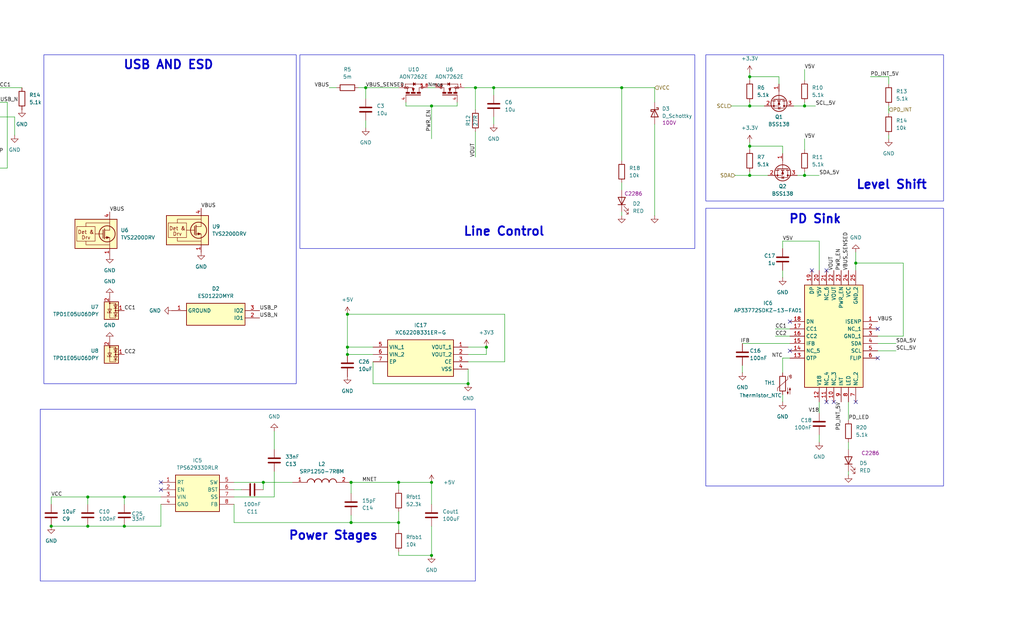
<source format=kicad_sch>
(kicad_sch (version 20250114) (generator "eeschema") (generator_version "9.0")
  (paper "USLegal")
  (title_block (title "RotoPD") (rev "V1.0") (company "CentyLab"))
  (lib_symbols
    (symbol "AP33772SDKZ-13-FA01:AP33772SDKZ-13-FA01"
      (property "Reference" "IC" (at 26.67 17.78 0))
      (property "Value" "AP33772SDKZ-13-FA01" (at 26.67 15.24 0))
      (symbol "AP33772SDKZ-13-FA01_1_1"
        (pin passive line (at 0 0 0) (length 5.08) (name "ISENP") (number "1"))
        (pin passive line (at 0 -2.54 0) (length 5.08) (name "NC_1") (number "2"))
        (pin passive line (at 0 -5.08 0) (length 5.08) (name "GND_1") (number "3"))
        (pin passive line (at 0 -7.62 0) (length 5.08) (name "SDA") (number "4"))
        (pin passive line (at 0 -10.16 0) (length 5.08) (name "SCL") (number "5"))
        (pin passive line (at 0 -12.7 0) (length 5.08) (name "FLIP") (number "6"))
        (pin passive line (at 7.62 17.78 270) (length 5.08) (name "GND_2") (number "25"))
        (pin passive line (at 7.62 -27.94 90) (length 5.08) (name "NC_2") (number "7"))
        (pin passive line (at 10.16 17.78 270) (length 5.08) (name "VCC") (number "24"))
        (pin passive line (at 10.16 -27.94 90) (length 5.08) (name "LED") (number "8"))
        (pin passive line (at 12.7 17.78 270) (length 5.08) (name "PWR_EN") (number "23"))
        (pin passive line (at 12.7 -27.94 90) (length 5.08) (name "INT") (number "9"))
        (pin passive line (at 15.24 17.78 270) (length 5.08) (name "VOUT") (number "22"))
        (pin passive line (at 15.24 -27.94 90) (length 5.08) (name "NC_3") (number "10"))
        (pin passive line (at 17.78 17.78 270) (length 5.08) (name "NC_6") (number "21"))
        (pin passive line (at 17.78 -27.94 90) (length 5.08) (name "NC_4") (number "11"))
        (pin passive line (at 20.32 17.78 270) (length 5.08) (name "V5V") (number "20"))
        (pin passive line (at 20.32 -27.94 90) (length 5.08) (name "V18") (number "12"))
        (pin passive line (at 22.86 17.78 270) (length 5.08) (name "DP") (number "19"))
        (pin passive line (at 30.48 0 180) (length 5.08) (name "DN") (number "18"))
        (pin passive line (at 30.48 -2.54 180) (length 5.08) (name "CC1") (number "17"))
        (pin passive line (at 30.48 -5.08 180) (length 5.08) (name "CC2") (number "16"))
        (pin passive line (at 30.48 -7.62 180) (length 5.08) (name "IFB") (number "15"))
        (pin passive line (at 30.48 -10.16 180) (length 5.08) (name "NC_5") (number "14"))
        (pin passive line (at 30.48 -12.7 180) (length 5.08) (name "OTP") (number "13"))
      )
    )
    (symbol "Device:C" (pin_numbers (hide yes)) (pin_names (offset 0.254))
      (property "Reference" "C" (at 0.635 2.54 0))
      (property "Value" "C" (at 0.635 -2.54 0))
      (symbol "C_1_1"
        (pin passive line (at 0 3.81 270) (length 2.794) (name "~") (number "1"))
        (pin passive line (at 0 -3.81 90) (length 2.794) (name "~") (number "2"))
      )
    )
    (symbol "Device:D_Schottky" (pin_numbers (hide yes)) (pin_names (offset 1.016) (hide yes))
      (property "Reference" "D" (at 0 2.54 0))
      (property "Value" "D_Schottky" (at 0 -2.54 0))
      (symbol "D_Schottky_1_1"
        (pin passive line (at -3.81 0 0) (length 2.54) (name "K") (number "1"))
        (pin passive line (at 3.81 0 180) (length 2.54) (name "A") (number "2"))
      )
    )
    (symbol "Device:LED" (pin_numbers (hide yes)) (pin_names (offset 1.016) (hide yes))
      (property "Reference" "D" (at 0 2.54 0))
      (property "Value" "LED" (at 0 -2.54 0))
      (symbol "LED_1_1"
        (pin passive line (at -3.81 0 0) (length 2.54) (name "K") (number "1"))
        (pin passive line (at 3.81 0 180) (length 2.54) (name "A") (number "2"))
      )
    )
    (symbol "Device:R" (pin_numbers (hide yes)) (pin_names (offset 0))
      (property "Reference" "R" (at 2.032 0 90))
      (property "Value" "R" (at 0 0 90))
      (symbol "R_1_1"
        (pin passive line (at 0 3.81 270) (length 1.27) (name "~") (number "1"))
        (pin passive line (at 0 -3.81 90) (length 1.27) (name "~") (number "2"))
      )
    )
    (symbol "Device:Thermistor_NTC" (pin_numbers (hide yes)) (pin_names (offset 0))
      (property "Reference" "TH" (at -4.445 0 90))
      (property "Value" "Thermistor_NTC" (at 3.175 0 90))
      (symbol "Thermistor_NTC_1_1"
        (pin passive line (at 0 3.81 270) (length 1.27) (name "~") (number "1"))
        (pin passive line (at 0 -3.81 90) (length 1.27) (name "~") (number "2"))
      )
    )
    (symbol "ESD122DMYR:ESD122DMYR"
      (property "Reference" "D" (at 26.67 7.62 0))
      (property "Value" "ESD122DMYR" (at 26.67 5.08 0))
      (symbol "ESD122DMYR_1_1"
        (pin power_in line (at 0 0 0) (length 5.08) (name "GROUND") (number "1"))
        (pin input line (at 30.48 0 180) (length 5.08) (name "IO2") (number "3"))
        (pin input line (at 30.48 -2.54 180) (length 5.08) (name "IO1") (number "2"))
      )
    )
    (symbol "Power_Protection:TPD1E05U06DPY" (pin_names (offset 0) (hide yes))
      (property "Reference" "U" (at -2.54 3.175 0))
      (property "Value" "TPD1E05U06DPY" (at 1.27 3.175 0))
      (symbol "TPD1E05U06DPY_1_1"
        (pin passive line (at 0 -5.08 90) (length 2.54) (name "I/O") (number "1"))
        (pin power_in line (at 5.08 0 180) (length 2.54) (name "GND") (number "2"))
      )
    )
    (symbol "Power_Protection:TVS2200DRV" (pin_names (offset 0) (hide yes))
      (property "Reference" "U" (at 2.54 1.27 0))
      (property "Value" "TVS2200DRV" (at 2.54 -1.27 0))
      (symbol "TVS2200DRV_0_0"
        (text "Det &" (at -8.255 0.635 0) (effects (font (size 1.27 1.27))))
        (text "Drv" (at -8.255 -1.27 0) (effects (font (size 1.27 1.27))))
      )
      (symbol "TVS2200DRV_1_1"
        (pin passive line (at 0 7.62 270) (length 2.54) (name "IN") (number "4"))
        (pin passive line (at 0 7.62 270) (length 2.54) (hide yes) (name "IN") (number "5"))
        (pin passive line (at 0 7.62 270) (length 2.54) (hide yes) (name "IN") (number "6"))
        (pin power_in line (at 0 -7.62 90) (length 2.54) (name "GND") (number "1"))
        (pin passive line (at 0 -7.62 90) (length 2.54) (hide yes) (name "GND") (number "2"))
        (pin passive line (at 0 -7.62 90) (length 2.54) (hide yes) (name "GND") (number "3"))
        (pin passive line (at 0 -7.62 90) (length 2.54) (hide yes) (name "GND") (number "7"))
      )
    )
    (symbol "SRP1250-7R8M:SRP1250-7R8M" (pin_names (hide yes))
      (property "Reference" "L" (at 16.51 6.35 0))
      (property "Value" "SRP1250-7R8M" (at 16.51 3.81 0))
      (symbol "SRP1250-7R8M_1_1"
        (pin passive line (at 0 0 0) (length 5.08) (name "1") (number "1"))
        (pin passive line (at 20.32 0 180) (length 5.08) (name "2") (number "2"))
      )
    )
    (symbol "TPS62933DRLR:TPS62933DRLR"
      (property "Reference" "IC" (at 21.59 7.62 0))
      (property "Value" "TPS62933DRLR" (at 21.59 5.08 0))
      (symbol "TPS62933DRLR_1_1"
        (pin passive line (at 0 0 0) (length 5.08) (name "RT") (number "1"))
        (pin passive line (at 0 -2.54 0) (length 5.08) (name "EN") (number "2"))
        (pin passive line (at 0 -5.08 0) (length 5.08) (name "VIN") (number "3"))
        (pin passive line (at 0 -7.62 0) (length 5.08) (name "GND") (number "4"))
        (pin passive line (at 25.4 0 180) (length 5.08) (name "SW") (number "5"))
        (pin passive line (at 25.4 -2.54 180) (length 5.08) (name "BST") (number "6"))
        (pin passive line (at 25.4 -5.08 180) (length 5.08) (name "SS") (number "7"))
        (pin passive line (at 25.4 -7.62 180) (length 5.08) (name "FB") (number "8"))
      )
    )
    (symbol "Transistor_FET:BSS138" (pin_names (hide yes))
      (property "Reference" "Q" (at 5.08 1.905 0))
      (property "Value" "BSS138" (at 5.08 0 0))
      (symbol "BSS138_1_1"
        (pin input line (at -5.08 0 0) (length 2.54) (name "G") (number "1"))
        (pin passive line (at 2.54 5.08 270) (length 2.54) (name "D") (number "3"))
        (pin passive line (at 2.54 -5.08 90) (length 2.54) (name "S") (number "2"))
      )
    )
    (symbol "Transistor_MOSFET:AON7262E"
      (property "Reference" "U" (at -3.048 4.572 0))
      (property "Value" "AON7262E" (at -1.016 -6.858 0))
      (symbol "AON7262E_1_0"
        (pin passive line (at -5.08 -2.54 0) (length 2.54) (name "~") (number "4"))
        (pin passive line (at 0 5.08 270) (length 2.54) (name "~") (number "5_8"))
        (pin passive line (at 0 -5.08 90) (length 2.54) (name "~") (number "1"))
        (pin passive line (at 0 -5.08 90) (length 2.54) (hide yes) (name "~") (number "2"))
        (pin passive line (at 0 -5.08 90) (length 2.54) (hide yes) (name "~") (number "3"))
      )
    )
    (symbol "UJ20-C-H-G-SMT-5-P16-TR:UJ20-C-H-G-SMT-5-P16-TR"
      (property "Reference" "J" (at 26.67 7.62 0))
      (property "Value" "UJ20-C-H-G-SMT-5-P16-TR" (at 26.67 5.08 0))
      (symbol "UJ20-C-H-G-SMT-5-P16-TR_1_1"
        (pin passive line (at 0 0 0) (length 5.08) (name "GND_1") (number "A1"))
        (pin passive line (at 0 -2.54 0) (length 5.08) (name "VBUS_1") (number "A4"))
        (pin passive line (at 0 -5.08 0) (length 5.08) (name "CC1") (number "A5"))
        (pin passive line (at 0 -7.62 0) (length 5.08) (name "DP1") (number "A6"))
        (pin passive line (at 0 -10.16 0) (length 5.08) (name "DN1") (number "A7"))
        (pin passive line (at 0 -12.7 0) (length 5.08) (name "SBU1") (number "A8"))
        (pin passive line (at 0 -15.24 0) (length 5.08) (name "GND_2") (number "B1"))
        (pin passive line (at 0 -17.78 0) (length 5.08) (name "VBUS_2") (number "B4"))
        (pin passive line (at 30.48 0 180) (length 5.08) (name "CC2") (number "B5"))
        (pin passive line (at 30.48 -2.54 180) (length 5.08) (name "DP2") (number "B6"))
        (pin passive line (at 30.48 -5.08 180) (length 5.08) (name "DN2") (number "B7"))
        (pin passive line (at 30.48 -7.62 180) (length 5.08) (name "SBU2") (number "B8"))
        (pin passive line (at 30.48 -10.16 180) (length 5.08) (name "MP1") (number "MP1"))
        (pin passive line (at 30.48 -12.7 180) (length 5.08) (name "MP2") (number "MP2"))
        (pin passive line (at 30.48 -15.24 180) (length 5.08) (name "MP3") (number "MP3"))
        (pin passive line (at 30.48 -17.78 180) (length 5.08) (name "MP4") (number "MP4"))
      )
    )
    (symbol "XC6220B331ER-G:XC6220B331ER-G"
      (property "Reference" "IC" (at 29.21 7.62 0))
      (property "Value" "XC6220B331ER-G" (at 29.21 5.08 0))
      (symbol "XC6220B331ER-G_1_1"
        (pin passive line (at 0 0 0) (length 5.08) (name "VOUT_1") (number "1"))
        (pin passive line (at 0 -2.54 0) (length 5.08) (name "VOUT_2") (number "2"))
        (pin passive line (at 0 -5.08 0) (length 5.08) (name "CE") (number "3"))
        (pin passive line (at 0 -7.62 0) (length 5.08) (name "VSS") (number "4"))
        (pin passive line (at 33.02 0 180) (length 5.08) (name "VIN_1") (number "5"))
        (pin passive line (at 33.02 -2.54 180) (length 5.08) (name "VIN_2") (number "6"))
        (pin passive line (at 33.02 -5.08 180) (length 5.08) (name "EP") (number "7"))
      )
    )
    (symbol "power:+3.3V" (power) (pin_numbers (hide yes)) (pin_names (offset 0) (hide yes))
      (property "Value" "+3.3V" (at 0 3.556 0))
      (symbol "+3.3V_1_1"
        (pin power_in line (at 0 0 90) (length 0) (name "~") (number "1"))
      )
    )
    (symbol "power:+3V3" (power) (pin_numbers (hide yes)) (pin_names (offset 0) (hide yes))
      (property "Value" "+3V3" (at 0 3.556 0))
      (symbol "+3V3_1_1"
        (pin power_in line (at 0 0 90) (length 0) (name "~") (number "1"))
      )
    )
    (symbol "power:+5V" (power) (pin_numbers (hide yes)) (pin_names (offset 0) (hide yes))
      (property "Value" "+5V" (at 0 3.556 0))
      (symbol "+5V_1_1"
        (pin power_in line (at 0 0 90) (length 0) (name "~") (number "1"))
      )
    )
    (symbol "power:GND" (power) (pin_numbers (hide yes)) (pin_names (offset 0) (hide yes))
      (property "Value" "GND" (at 0 -3.81 0))
      (symbol "GND_1_1"
        (pin power_in line (at 0 0 270) (length 0) (name "~") (number "1"))
      )
    )
  )
  (rectangle (start 13.97 142.24) (end 165.1 201.93))
  (rectangle (start 245.11 19.05) (end 327.66 69.85))
  (rectangle (start 245.11 72.39) (end 327.66 168.91))
  (rectangle (start 15.24 19.05) (end 102.87 133.35))
  (rectangle (start 104.14 19.05) (end 241.3 86.36))
  (text "PD Sink\n" (at 273.812 77.978 0) (effects (font (size 3 3) (thickness 0.6) (bold yes)) (justify left bottom)))
  (text "Level Shift" (at 297.18 66.04 0) (effects (font (size 3 3) (thickness 0.6) (bold yes)) (justify left bottom)))
  (text "Line Control\n" (at 160.782 82.296 0) (effects (font (size 3 3) (thickness 0.6) (bold yes)) (justify left bottom)))
  (text "Power Stages" (at 100.076 187.96 0) (effects (font (size 3 3) (thickness 0.6) (bold yes)) (justify left bottom)))
  (text "USB AND ESD\n" (at 42.672 24.384 0) (effects (font (size 3 3) (thickness 0.6) (bold yes)) (justify left bottom)))
  (junction (at 120.65 109.22))
  (junction (at 165.1 30.48))
  (junction (at 149.86 36.83))
  (junction (at -36.83 38.1))
  (junction (at 149.86 193.04))
  (junction (at 120.65 120.65))
  (junction (at 162.56 133.35))
  (junction (at -36.83 43.18))
  (junction (at 149.86 167.64))
  (junction (at 17.78 182.88))
  (junction (at 215.9 30.48))
  (junction (at 260.35 50.8))
  (junction (at 121.92 167.64))
  (junction (at 30.48 182.88))
  (junction (at 279.4 60.96))
  (junction (at 30.48 172.72))
  (junction (at 43.18 182.88))
  (junction (at 43.18 172.72))
  (junction (at 138.43 167.64))
  (junction (at 260.35 26.67))
  (junction (at -36.83 40.64))
  (junction (at 120.65 123.19))
  (junction (at 260.35 36.83))
  (junction (at 138.43 181.61))
  (junction (at 91.44 167.64))
  (junction (at 171.45 30.48))
  (junction (at 297.18 91.44))
  (junction (at 260.35 60.96))
  (junction (at 168.91 120.65))
  (junction (at 121.92 181.61))
  (junction (at 279.4 36.83))
  (junction (at 127 30.48))
  (no_connect (at -6.35 38.1))
  (no_connect (at 304.8 114.3))
  (no_connect (at 55.88 170.18))
  (no_connect (at 304.8 124.46))
  (no_connect (at 297.18 139.7))
  (no_connect (at 274.32 111.76))
  (no_connect (at 55.88 167.64))
  (no_connect (at 287.02 93.98))
  (no_connect (at 274.32 121.92))
  (no_connect (at 281.94 93.98))
  (no_connect (at 289.56 139.7))
  (no_connect (at -36.83 33.02))
  (no_connect (at 287.02 139.7))
  (wire (pts (xy 2.54 58.42) (xy -39.37 58.42)))
  (wire (pts (xy 43.18 172.72) (xy 43.18 175.26)))
  (wire (pts (xy 260.35 26.67) (xy 260.35 27.94)))
  (wire (pts (xy 129.54 120.65) (xy 120.65 120.65)))
  (wire (pts (xy 149.86 167.64) (xy 149.86 175.26)))
  (wire (pts (xy 308.61 29.21) (xy 308.61 26.67)))
  (wire (pts (xy 308.61 36.83) (xy 308.61 39.37)))
  (wire (pts (xy 161.29 30.48) (xy 165.1 30.48)))
  (wire (pts (xy 275.59 36.83) (xy 279.4 36.83)))
  (wire (pts (xy 255.27 60.96) (xy 260.35 60.96)))
  (wire (pts (xy 127 30.48) (xy 138.43 30.48)))
  (wire (pts (xy 129.54 125.73) (xy 129.54 133.35)))
  (wire (pts (xy 276.86 60.96) (xy 279.4 60.96)))
  (wire (pts (xy 302.26 26.67) (xy 308.61 26.67)))
  (wire (pts (xy 279.4 48.26) (xy 279.4 52.07)))
  (wire (pts (xy -2.54 33.02) (xy -2.54 53.34)))
  (wire (pts (xy 91.44 167.64) (xy 101.6 167.64)))
  (wire (pts (xy 284.48 151.13) (xy 284.48 153.67)))
  (wire (pts (xy 260.35 59.69) (xy 260.35 60.96)))
  (wire (pts (xy 5.08 40.64) (xy 5.08 46.99)))
  (wire (pts (xy 127 34.29) (xy 127 30.48)))
  (wire (pts (xy 138.43 193.04) (xy 138.43 191.77)))
  (wire (pts (xy 175.26 125.73) (xy 175.26 109.22)))
  (wire (pts (xy 294.64 139.7) (xy 294.64 146.05)))
  (wire (pts (xy 95.25 172.72) (xy 95.25 163.83)))
  (wire (pts (xy 294.64 163.83) (xy 294.64 165.1)))
  (wire (pts (xy 260.35 36.83) (xy 265.43 36.83)))
  (wire (pts (xy 138.43 181.61) (xy 138.43 177.8)))
  (wire (pts (xy 279.4 60.96) (xy 284.48 60.96)))
  (wire (pts (xy 297.18 87.63) (xy 297.18 91.44)))
  (wire (pts (xy 162.56 123.19) (xy 168.91 123.19)))
  (wire (pts (xy 55.88 182.88) (xy 43.18 182.88)))
  (wire (pts (xy 294.64 153.67) (xy 294.64 156.21)))
  (wire (pts (xy -36.83 25.4) (xy -44.45 25.4)))
  (wire (pts (xy 91.44 167.64) (xy 81.28 167.64)))
  (wire (pts (xy 313.69 91.44) (xy 297.18 91.44)))
  (wire (pts (xy 271.78 137.16) (xy 271.78 139.7)))
  (wire (pts (xy 308.61 46.99) (xy 308.61 48.26)))
  (wire (pts (xy 304.8 116.84) (xy 313.69 116.84)))
  (wire (pts (xy 260.35 50.8) (xy 260.35 52.07)))
  (wire (pts (xy 284.48 139.7) (xy 284.48 143.51)))
  (wire (pts (xy 227.33 43.18) (xy 227.33 74.93)))
  (wire (pts (xy 279.4 24.13) (xy 279.4 27.94)))
  (wire (pts (xy 284.48 83.82) (xy 271.78 83.82)))
  (wire (pts (xy 120.65 109.22) (xy 120.65 120.65)))
  (wire (pts (xy 30.48 172.72) (xy 43.18 172.72)))
  (wire (pts (xy 121.92 179.07) (xy 121.92 181.61)))
  (wire (pts (xy 2.54 35.56) (xy 2.54 58.42)))
  (wire (pts (xy 260.35 60.96) (xy 266.7 60.96)))
  (wire (pts (xy 171.45 30.48) (xy 215.9 30.48)))
  (wire (pts (xy 271.78 124.46) (xy 271.78 129.54)))
  (wire (pts (xy 149.86 193.04) (xy 149.86 182.88)))
  (wire (pts (xy 215.9 73.66) (xy 215.9 74.93)))
  (wire (pts (xy 138.43 170.18) (xy 138.43 167.64)))
  (wire (pts (xy 165.1 30.48) (xy 171.45 30.48)))
  (wire (pts (xy 215.9 30.48) (xy 215.9 55.88)))
  (wire (pts (xy 171.45 33.02) (xy 171.45 30.48)))
  (wire (pts (xy -39.37 30.48) (xy -36.83 30.48)))
  (wire (pts (xy 148.59 30.48) (xy 151.13 30.48)))
  (wire (pts (xy 17.78 172.72) (xy 17.78 175.26)))
  (wire (pts (xy 279.4 36.83) (xy 279.4 35.56)))
  (wire (pts (xy 260.35 36.83) (xy 260.35 35.56)))
  (wire (pts (xy 257.81 127) (xy 257.81 129.54)))
  (wire (pts (xy -40.64 27.94) (xy -40.64 53.34)))
  (wire (pts (xy -36.83 35.56) (xy -36.83 38.1)))
  (wire (pts (xy 17.78 172.72) (xy 30.48 172.72)))
  (wire (pts (xy 254 36.83) (xy 260.35 36.83)))
  (wire (pts (xy -3.81 25.4) (xy -6.35 25.4)))
  (wire (pts (xy -3.81 24.13) (xy -3.81 25.4)))
  (wire (pts (xy 95.25 149.86) (xy 95.25 156.21)))
  (wire (pts (xy 271.78 86.36) (xy 271.78 83.82)))
  (wire (pts (xy -44.45 25.4) (xy -44.45 27.94)))
  (wire (pts (xy 149.86 36.83) (xy 149.86 48.26)))
  (wire (pts (xy 284.48 93.98) (xy 284.48 83.82)))
  (wire (pts (xy 304.8 121.92) (xy 311.15 121.92)))
  (wire (pts (xy -36.83 40.64) (xy -36.83 43.18)))
  (wire (pts (xy 260.35 25.4) (xy 260.35 26.67)))
  (wire (pts (xy 121.92 181.61) (xy 138.43 181.61)))
  (wire (pts (xy 81.28 170.18) (xy 83.82 170.18)))
  (wire (pts (xy 260.35 49.53) (xy 260.35 50.8)))
  (wire (pts (xy -6.35 33.02) (xy -2.54 33.02)))
  (wire (pts (xy -40.64 53.34) (xy -2.54 53.34)))
  (wire (pts (xy 304.8 119.38) (xy 311.15 119.38)))
  (wire (pts (xy 149.86 36.83) (xy 158.75 36.83)))
  (wire (pts (xy 140.97 36.83) (xy 149.86 36.83)))
  (wire (pts (xy 168.91 120.65) (xy 162.56 120.65)))
  (wire (pts (xy 55.88 175.26) (xy 55.88 182.88)))
  (wire (pts (xy 149.86 193.04) (xy 138.43 193.04)))
  (wire (pts (xy 81.28 181.61) (xy 81.28 175.26)))
  (wire (pts (xy 30.48 175.26) (xy 30.48 172.72)))
  (wire (pts (xy 121.92 167.64) (xy 121.92 171.45)))
  (wire (pts (xy 271.78 93.98) (xy 271.78 96.52)))
  (wire (pts (xy 279.4 59.69) (xy 279.4 60.96)))
  (wire (pts (xy 121.92 181.61) (xy 81.28 181.61)))
  (wire (pts (xy 270.51 26.67) (xy 270.51 29.21)))
  (wire (pts (xy 124.46 30.48) (xy 127 30.48)))
  (wire (pts (xy -6.35 35.56) (xy 2.54 35.56)))
  (wire (pts (xy 162.56 125.73) (xy 175.26 125.73)))
  (wire (pts (xy 17.78 182.88) (xy 30.48 182.88)))
  (wire (pts (xy 140.97 36.83) (xy 140.97 35.56)))
  (wire (pts (xy 165.1 45.72) (xy 165.1 54.61)))
  (wire (pts (xy 91.44 170.18) (xy 91.44 167.64)))
  (wire (pts (xy 175.26 109.22) (xy 120.65 109.22)))
  (wire (pts (xy 120.65 120.65) (xy 120.65 123.19)))
  (wire (pts (xy 271.78 50.8) (xy 271.78 53.34)))
  (wire (pts (xy 127 41.91) (xy 127 44.45)))
  (wire (pts (xy 274.32 124.46) (xy 271.78 124.46)))
  (wire (pts (xy 279.4 36.83) (xy 283.21 36.83)))
  (wire (pts (xy 129.54 123.19) (xy 120.65 123.19)))
  (wire (pts (xy 260.35 50.8) (xy 271.78 50.8)))
  (wire (pts (xy 257.81 119.38) (xy 274.32 119.38)))
  (wire (pts (xy 43.18 172.72) (xy 55.88 172.72)))
  (wire (pts (xy 269.24 116.84) (xy 274.32 116.84)))
  (wire (pts (xy -36.83 38.1) (xy -36.83 40.64)))
  (wire (pts (xy 81.28 172.72) (xy 95.25 172.72)))
  (wire (pts (xy 297.18 91.44) (xy 297.18 93.98)))
  (wire (pts (xy 165.1 30.48) (xy 165.1 38.1)))
  (wire (pts (xy -39.37 58.42) (xy -39.37 30.48)))
  (wire (pts (xy 227.33 30.48) (xy 227.33 35.56)))
  (wire (pts (xy 7.62 30.48) (xy -6.35 30.48)))
  (wire (pts (xy 260.35 26.67) (xy 270.51 26.67)))
  (wire (pts (xy 114.3 30.48) (xy 116.84 30.48)))
  (wire (pts (xy 121.92 167.64) (xy 138.43 167.64)))
  (wire (pts (xy 168.91 123.19) (xy 168.91 120.65)))
  (wire (pts (xy 215.9 63.5) (xy 215.9 66.04)))
  (wire (pts (xy 138.43 167.64) (xy 149.86 167.64)))
  (wire (pts (xy 138.43 184.15) (xy 138.43 181.61)))
  (wire (pts (xy 162.56 128.27) (xy 162.56 133.35)))
  (wire (pts (xy -36.83 27.94) (xy -40.64 27.94)))
  (wire (pts (xy 269.24 114.3) (xy 274.32 114.3)))
  (wire (pts (xy 215.9 30.48) (xy 227.33 30.48)))
  (wire (pts (xy 129.54 133.35) (xy 162.56 133.35)))
  (wire (pts (xy 30.48 182.88) (xy 43.18 182.88)))
  (wire (pts (xy 313.69 116.84) (xy 313.69 91.44)))
  (wire (pts (xy 171.45 40.64) (xy 171.45 43.18)))
  (wire (pts (xy -6.35 40.64) (xy 5.08 40.64)))
  (wire (pts (xy 158.75 36.83) (xy 158.75 35.56)))
  (label "CC1" (at 3.81 30.48 180))
  (label "NTC" (at 271.78 124.46 180))
  (label "CC1" (at 269.24 114.3 0))
  (label "SDA_5V" (at 311.15 119.38 0))
  (label "VBUS_SENSED" (at 294.64 93.98 90))
  (label "VBUS" (at 114.3 30.48 180))
  (label "V5V" (at 279.4 24.13 0))
  (label "IFB" (at 260.35 119.38 180))
  (label "CC2" (at 269.24 116.84 0))
  (label "VBUS" (at 69.85 72.39 0))
  (label "VOUT" (at 165.1 54.61 90))
  (label "VBUS" (at -6.35 27.94 0))
  (label "SCL_5V" (at 311.15 121.92 0))
  (label "PD_INT_5V" (at 302.26 26.67 0))
  (label "V5V" (at 279.4 48.26 0))
  (label "PD_INT_5V" (at 292.1 139.7 270))
  (label "USB_N" (at 90.17 110.49 0))
  (label "PD_LED" (at 294.64 146.05 0))
  (label "PWR_EN" (at 149.86 45.72 90))
  (label "MNET" (at 125.73 167.64 0))
  (label "VBUS" (at 304.8 111.76 0))
  (label "VCC" (at 17.78 172.72 0))
  (label "PWR_EN" (at 292.1 93.98 90))
  (label "USB_N" (at 0 35.56 0))
  (label "V18" (at 284.48 143.51 180))
  (label "SDA_5V" (at 284.48 60.96 0))
  (label "V5V" (at 271.78 83.82 0))
  (label "VBUS_SENSED" (at 127 30.48 0))
  (label "VBUS" (at -6.35 43.18 0))
  (label "SCL_5V" (at 283.21 36.83 0))
  (label "VBUS" (at 38.1 73.66 0))
  (label "VOUT" (at 289.56 93.98 90))
  (label "USB_P" (at -5.08 53.34 0))
  (label "CC2" (at -44.45 25.4 180))
  (label "USB_P" (at 90.17 107.95 0))
  (label "CC1" (at 43.18 107.95 0))
  (label "CC2" (at 43.18 123.19 0))
  (label "Nmos" (at 148.59 30.48 0))
  (hierarchical_label "SDA" (shape input) (at 255.27 60.96 180))
  (hierarchical_label "SCL" (shape input) (at 254 36.83 180))
  (hierarchical_label "PD_INT" (shape input) (at 308.61 38.1 0))
  (hierarchical_label "VCC" (shape input) (at 227.33 30.48 0))
  (symbol (lib_id "power:GND") (at 127 44.45 0) (unit 1)
    (property "Reference" "#PWR07" (effects (hide yes)))
    (property "Value" "GND" (at 127 49.53 0))
    (property "Description" "Power symbol creates a global label with name \"GND\" , ground" (effects (hide yes)))
  )
  (symbol (lib_id "Device:C") (at 284.48 147.32 0) (mirror y) (unit 1)
    (property "Reference" "C18" (at 281.94 146.05 0) (effects (justify left)))
    (property "Value" "100nF" (at 281.94 148.59 0) (effects (justify left)))
    (property "Footprint" "Capacitor_SMD:C_0402_1005Metric" (effects (hide yes)))
    (property "LCSC" "C1525" (effects (hide yes)))
  )
  (symbol (lib_id "Device:D_Schottky") (at 227.33 39.37 270) (unit 1)
    (property "Reference" "D3" (at 229.87 37.7824 90) (effects (justify left)))
    (property "Value" "D_Schottky" (at 229.87 40.3224 90) (effects (justify left)))
    (property "Footprint" "Diode_SMD:D_SMA" (effects (hide yes)))
    (property "Description" "Schottky diode" (effects (hide yes)))
    (property "LCSC" "C14996" (effects (hide yes)))
    (property "Voltage" "100V" (at 232.41 42.672 90))
  )
  (symbol (lib_id "AP33772SDKZ-13-FA01:AP33772SDKZ-13-FA01") (at 304.8 111.76 0) (mirror y) (unit 1)
    (property "Reference" "IC6" (at 266.7 105.3398 0))
    (property "Value" "AP33772SDKZ-13-FA01" (at 266.7 107.8798 0))
    (property "Footprint" "Library:AP33772SDKZ13FA01" (effects (hide yes)))
    (property "Datasheet" "https://www.diodes.com/datasheet/download/AP33772S.pdf" (effects (hide yes)))
    (property "Description" "USB, Type-C Controller PMIC W-QFN4040-24 (Type A1)" (effects (hide yes)))
    (property "Height" "0.8" (effects (hide yes)))
    (property "Mouser Part Number" "621-P33772SDKZ13FA01" (effects (hide yes)))
    (property "Mouser Price/Stock" "https://www.mouser.co.uk/ProductDetail/Diodes-Incorporated/AP33772SDKZ-13-FA01?qs=2wMNvWM5ZX4CLYQ4%252BLyimw%3D%3D" (effects (hide yes)))
    (property "Manufacturer_Name" "Diodes Incorporated" (effects (hide yes)))
    (property "Manufacturer_Part_Number" "AP33772SDKZ-13-FA01" (effects (hide yes)))
  )
  (symbol (lib_id "power:GND") (at 17.78 182.88 0) (unit 1)
    (property "Reference" "#PWR042" (effects (hide yes)))
    (property "Value" "GND" (at 17.78 187.96 0))
    (property "Description" "Power symbol creates a global label with name \"GND\" , ground" (effects (hide yes)))
  )
  (symbol (lib_id "TPS62933DRLR:TPS62933DRLR") (at 55.88 167.64 0) (unit 1)
    (property "Reference" "IC5" (at 68.58 160.02 0))
    (property "Value" "TPS62933DRLR" (at 68.58 162.56 0))
    (property "Footprint" "Library:SOTFL50P160X60-8N" (effects (hide yes)))
    (property "Datasheet" "https://www.ti.com/lit/ds/symlink/tps62933.pdf?ts=1626073394234" (effects (hide yes)))
    (property "Description" "The TPS62933 is a high-efficiency, easy-to-use synchronous buck converter with a wide input voltage range of 3.8 V to 30 V" (effects (hide yes)))
    (property "Height" "0.6" (effects (hide yes)))
    (property "Mouser Part Number" "595-TPS62933DRLR" (effects (hide yes)))
    (property "Mouser Price/Stock" "https://www.mouser.co.uk/ProductDetail/Texas-Instruments/TPS62933DRLR?qs=Rp5uXu7WBW9fv47wfQVntQ%3D%3D" (effects (hide yes)))
    (property "Manufacturer_Name" "Texas Instruments" (effects (hide yes)))
    (property "Manufacturer_Part_Number" "TPS62933DRLR" (effects (hide yes)))
  )
  (symbol (lib_id "Transistor_MOSFET:AON7262E") (at 143.51 30.48 270) (mirror x) (unit 1)
    (property "Reference" "U10" (at 143.637 24.13 90))
    (property "Value" "AON7262E" (at 143.637 26.67 90))
    (property "Footprint" "Library:TRANS_AONR21307" (effects (hide yes)))
    (property "Datasheet" "https://www.lcsc.com/datasheet/lcsc_datasheet_1804172047_Alpha---Omega-Semicon-AON7262E_C176755.pdf" (effects (hide yes)))
    (property "Description" "NMOS 60V 6.2mΩ@10V" (effects (hide yes)))
  )
  (symbol (lib_id "Power_Protection:TVS2200DRV") (at 38.1 81.28 0) (unit 1)
    (property "Reference" "U6" (at 41.91 80.0099 0) (effects (justify left)))
    (property "Value" "TVS2200DRV" (at 41.91 82.5499 0) (effects (justify left)))
    (property "Footprint" "Package_SON:WSON-6-1EP_2x2mm_P0.65mm_EP1x1.6mm" (effects (hide yes)))
    (property "Datasheet" "http://www.ti.com/lit/ds/symlink/tvs2200.pdf" (effects (hide yes)))
    (property "Description" "Flat-Clamp Surge Protection Device. 22Vrwm, WSON-6" (effects (hide yes)))
  )
  (symbol (lib_id "power:+3.3V") (at 260.35 25.4 0) (unit 1)
    (property "Reference" "#PWR09" (effects (hide yes)))
    (property "Value" "+3.3V" (at 260.35 20.32 0))
    (property "Description" "Power symbol creates a global label with name \"+3.3V\"" (effects (hide yes)))
  )
  (symbol (lib_id "Power_Protection:TPD1E05U06DPY") (at 38.1 107.95 90) (unit 1)
    (property "Reference" "U7" (at 34.29 106.6799 90) (effects (justify left)))
    (property "Value" "TPD1E05U06DPY" (at 34.29 109.2199 90) (effects (justify left)))
    (property "Footprint" "Package_SON:Texas_DPY0002A_0.6x1mm_P0.65mm" (effects (hide yes)))
    (property "Datasheet" "https://www.ti.com/lit/ds/symlink/tpd1e05u06.pdf" (effects (hide yes)))
    (property "Description" "1-Channel ESD Protection for Super-Speed USB 3.0 Interface, X1SON-2" (effects (hide yes)))
  )
  (symbol (lib_id "Device:C") (at 171.45 36.83 0) (unit 1)
    (property "Reference" "C6" (at 175.26 35.5599 0) (effects (justify left)))
    (property "Value" "10u" (at 175.26 38.0999 0) (effects (justify left)))
    (property "Footprint" "Capacitor_SMD:C_1206_3216Metric" (effects (hide yes)))
    (property "Datasheet" "https://www.lcsc.com/datasheet/lcsc_datasheet_2005191033_Samwha-Capacitor-CS3216X5R106K500NRI_C513774.pdf" (effects (hide yes)))
    (property "Description" "Unpolarized capacitor" (effects (hide yes)))
    (property "LCSC" "C513774" (effects (hide yes)))
  )
  (symbol (lib_id "power:GND") (at 149.86 193.04 0) (unit 1)
    (property "Reference" "#PWR0114" (effects (hide yes)))
    (property "Value" "GND" (at 149.86 198.12 0))
    (property "Description" "Power symbol creates a global label with name \"GND\" , ground" (effects (hide yes)))
  )
  (symbol (lib_id "Device:R") (at 7.62 34.29 0) (unit 1)
    (property "Reference" "R14" (at 10.16 33.0199 0) (effects (justify left)))
    (property "Value" "5.1k" (at 10.16 35.5599 0) (effects (justify left)))
    (property "Description" "Resistor" (effects (hide yes)))
  )
  (symbol (lib_id "Device:R") (at 294.64 149.86 0) (unit 1)
    (property "Reference" "R20" (at 297.18 148.5899 0) (effects (justify left)))
    (property "Value" "5.1k" (at 297.18 151.1299 0) (effects (justify left)))
    (property "Footprint" "Resistor_SMD:R_0402_1005Metric" (effects (hide yes)))
    (property "LCSC" "C25905" (effects (hide yes)))
  )
  (symbol (lib_id "Transistor_FET:BSS138") (at 271.78 58.42 270) (unit 1)
    (property "Reference" "Q2" (at 271.78 64.77 90))
    (property "Value" "BSS138" (at 271.78 67.31 90))
    (property "Footprint" "Package_TO_SOT_SMD:SOT-323_SC-70" (effects (hide yes)))
    (property "Datasheet" "https://www.onsemi.com/pub/Collateral/BSS138-D.PDF" (effects (hide yes)))
    (property "Description" "50V Vds, 0.22A Id, N-Channel MOSFET, SOT-23" (effects (hide yes)))
    (property "JLCPCB Rotation Offset" "180" (effects (hide yes)))
  )
  (symbol (lib_id "XC6220B331ER-G:XC6220B331ER-G") (at 162.56 120.65 0) (mirror y) (unit 1)
    (property "Reference" "IC17" (at 146.05 113.03 0))
    (property "Value" "XC6220B331ER-G" (at 146.05 115.57 0))
    (property "Footprint" "Library:XC6220B331ERG" (effects (hide yes)))
    (property "Datasheet" "https://www.digikey.ph/en/products/detail/torex-semiconductor-ltd/XC6220B331ER-G/10166030?msockid=39f1ec84d77b6f4428b7f904d6676eed" (effects (hide yes)))
    (property "Description" "Linear Voltage Regulator IC Positive Fixed 1 Output 1A 6-USPC (1.8x2)" (effects (hide yes)))
    (property "Height" "1" (effects (hide yes)))
    (property "Mouser Part Number" "865-XC6220B331ER-G" (effects (hide yes)))
    (property "Mouser Price/Stock" "https://www.mouser.co.uk/ProductDetail/Torex-Semiconductor/XC6220B331ER-G?qs=AsjdqWjXhJ%252BJj%252BEWI7nHIg%3D%3D" (effects (hide yes)))
    (property "Manufacturer_Name" "Torex" (effects (hide yes)))
    (property "Manufacturer_Part_Number" "XC6220B331ER-G" (effects (hide yes)))
  )
  (symbol (lib_id "Device:C") (at 120.65 127 180) (unit 1)
    (property "Reference" "C26" (at 124.46 125.7299 0) (effects (justify right)))
    (property "Value" "10uF" (at 124.46 128.2699 0) (effects (justify right)))
    (property "Footprint" "Capacitor_SMD:C_0603_1608Metric" (effects (hide yes)))
    (property "Description" "Unpolarized capacitor" (effects (hide yes)))
  )
  (symbol (lib_id "Device:R") (at 279.4 31.75 0) (unit 1)
    (property "Reference" "R10" (at 281.94 30.4799 0) (effects (justify left)))
    (property "Value" "5.1k" (at 281.94 33.0199 0) (effects (justify left)))
    (property "Footprint" "Resistor_SMD:R_0402_1005Metric" (effects (hide yes)))
    (property "LCSC" "C25905" (effects (hide yes)))
  )
  (symbol (lib_id "Device:R") (at 165.1 41.91 180) (unit 1)
    (property "Reference" "R12" (at 162.56 41.91 90))
    (property "Value" "27R" (at 165.1 41.91 90))
    (property "Footprint" "Resistor_SMD:R_0402_1005Metric" (effects (hide yes)))
    (property "LCSC" "C138021" (effects (hide yes)))
  )
  (symbol (lib_id "Device:LED") (at 294.64 160.02 90) (unit 1)
    (property "Reference" "D5" (at 298.45 160.9725 90) (effects (justify right)))
    (property "Value" "RED" (at 298.45 163.5125 90) (effects (justify right)))
    (property "Footprint" "LED_SMD:LED_0603_1608Metric" (effects (hide yes)))
    (property "LCSC" "C2286" (at 302.26 157.48 90))
  )
  (symbol (lib_id "power:GND") (at -3.81 24.13 0) (mirror x) (unit 1)
    (property "Reference" "#PWR045" (effects (hide yes)))
    (property "Value" "GND" (at -3.81 19.05 0))
    (property "Description" "Power symbol creates a global label with name \"GND\" , ground" (effects (hide yes)))
  )
  (symbol (lib_id "Device:R") (at 308.61 33.02 0) (unit 1)
    (property "Reference" "R13" (at 311.15 31.7499 0) (effects (justify left)))
    (property "Value" "5.1k" (at 311.15 34.2899 0) (effects (justify left)))
    (property "Footprint" "Resistor_SMD:R_0402_1005Metric" (effects (hide yes)))
    (property "LCSC" "C25905" (effects (hide yes)))
  )
  (symbol (lib_id "power:+3V3") (at 168.91 120.65 0) (unit 1)
    (property "Reference" "#PWR0118" (effects (hide yes)))
    (property "Value" "+3V3" (at 168.91 115.57 0))
    (property "Description" "Power symbol creates a global label with name \"+3V3\"" (effects (hide yes)))
  )
  (symbol (lib_id "power:GND") (at 271.78 139.7 0) (mirror y) (unit 1)
    (property "Reference" "#PWR056" (effects (hide yes)))
    (property "Value" "GND" (at 271.78 144.78 0))
    (property "Description" "Power symbol creates a global label with name \"GND\" , ground" (effects (hide yes)))
  )
  (symbol (lib_id "Device:R") (at 138.43 187.96 0) (unit 1)
    (property "Reference" "Rfbb1" (at 140.97 186.6899 0) (effects (justify left)))
    (property "Value" "10k" (at 140.97 189.2299 0) (effects (justify left)))
    (property "Footprint" "Resistor_SMD:R_1206_3216Metric" (effects (hide yes)))
    (property "Description" "Resistor" (effects (hide yes)))
  )
  (symbol (lib_id "Device:R") (at 260.35 31.75 0) (unit 1)
    (property "Reference" "R6" (at 262.89 30.4799 0) (effects (justify left)))
    (property "Value" "5.1k" (at 262.89 33.0199 0) (effects (justify left)))
    (property "Footprint" "Resistor_SMD:R_0402_1005Metric" (effects (hide yes)))
    (property "LCSC" "C25905" (effects (hide yes)))
  )
  (symbol (lib_id "power:+5V") (at 149.86 167.64 0) (mirror y) (unit 1)
    (property "Reference" "#PWR051" (effects (hide yes)))
    (property "Value" "+5V" (at 153.924 167.64 0) (effects (justify right)))
    (property "Description" "Power symbol creates a global label with name \"+5V\"" (effects (hide yes)))
  )
  (symbol (lib_id "ESD122DMYR:ESD122DMYR") (at 59.69 107.95 0) (unit 1)
    (property "Reference" "D2" (at 74.93 100.33 0))
    (property "Value" "ESD122DMYR" (at 74.93 102.87 0))
    (property "Footprint" "Library:ESD122DMYR" (effects (hide yes)))
    (property "Datasheet" "http://www.ti.com/lit/ds/symlink/esd122.pdf" (effects (hide yes)))
    (property "Description" "2-Channel ESD Protection Diode for USB Type-C and HDMI 2.0" (effects (hide yes)))
    (property "Height" "0.4" (effects (hide yes)))
    (property "Mouser Part Number" "595-ESD122DMYR" (effects (hide yes)))
    (property "Mouser Price/Stock" "https://www.mouser.co.uk/ProductDetail/Texas-Instruments/ESD122DMYR?qs=gt1LBUVyoHmaYVD%2FzEv1ew%3D%3D" (effects (hide yes)))
    (property "Manufacturer_Name" "Texas Instruments" (effects (hide yes)))
    (property "Manufacturer_Part_Number" "ESD122DMYR" (effects (hide yes)))
  )
  (symbol (lib_id "Device:C") (at 271.78 90.17 0) (mirror y) (unit 1)
    (property "Reference" "C17" (at 269.24 88.9 0) (effects (justify left)))
    (property "Value" "1u" (at 269.24 91.44 0) (effects (justify left)))
    (property "Footprint" "Capacitor_SMD:C_0603_1608Metric" (effects (hide yes)))
    (property "LCSC" "C15849" (effects (hide yes)))
  )
  (symbol (lib_id "power:GND") (at 5.08 46.99 0) (unit 1)
    (property "Reference" "#PWR0115" (effects (hide yes)))
    (property "Value" "GND" (at 5.08 52.07 0))
    (property "Description" "Power symbol creates a global label with name \"GND\" , ground" (effects (hide yes)))
  )
  (symbol (lib_id "power:GND") (at 38.1 118.11 180) (unit 1)
    (property "Reference" "#PWR037" (effects (hide yes)))
    (property "Value" "GND" (at 38.1 113.03 0))
    (property "Description" "Power symbol creates a global label with name \"GND\" , ground" (effects (hide yes)))
  )
  (symbol (lib_id "Power_Protection:TVS2200DRV") (at 69.85 80.01 0) (unit 1)
    (property "Reference" "U9" (at 73.66 78.7399 0) (effects (justify left)))
    (property "Value" "TVS2200DRV" (at 73.66 81.2799 0) (effects (justify left)))
    (property "Footprint" "Package_SON:WSON-6-1EP_2x2mm_P0.65mm_EP1x1.6mm" (effects (hide yes)))
    (property "Datasheet" "http://www.ti.com/lit/ds/symlink/tvs2200.pdf" (effects (hide yes)))
    (property "Description" "Flat-Clamp Surge Protection Device. 22Vrwm, WSON-6" (effects (hide yes)))
  )
  (symbol (lib_id "Power_Protection:TPD1E05U06DPY") (at 38.1 123.19 90) (unit 1)
    (property "Reference" "U8" (at 34.29 121.9199 90) (effects (justify left)))
    (property "Value" "TPD1E05U06DPY" (at 34.29 124.4599 90) (effects (justify left)))
    (property "Footprint" "Package_SON:Texas_DPY0002A_0.6x1mm_P0.65mm" (effects (hide yes)))
    (property "Datasheet" "https://www.ti.com/lit/ds/symlink/tpd1e05u06.pdf" (effects (hide yes)))
    (property "Description" "1-Channel ESD Protection for Super-Speed USB 3.0 Interface, X1SON-2" (effects (hide yes)))
  )
  (symbol (lib_id "Device:C") (at 30.48 179.07 0) (mirror y) (unit 1)
    (property "Reference" "C10" (at 34.29 177.7999 0) (effects (justify right)))
    (property "Value" "100nF" (at 34.29 180.3399 0) (effects (justify right)))
    (property "Footprint" "Capacitor_SMD:C_1206_3216Metric" (effects (hide yes)))
    (property "Description" "Unpolarized capacitor" (effects (hide yes)))
  )
  (symbol (lib_id "Device:R") (at 260.35 55.88 0) (unit 1)
    (property "Reference" "R7" (at 262.89 54.6099 0) (effects (justify left)))
    (property "Value" "5.1k" (at 262.89 57.1499 0) (effects (justify left)))
    (property "Footprint" "Resistor_SMD:R_0402_1005Metric" (effects (hide yes)))
    (property "LCSC" "C25905" (effects (hide yes)))
  )
  (symbol (lib_id "Device:R") (at 138.43 173.99 0) (unit 1)
    (property "Reference" "Rfbt1" (at 140.97 172.7199 0) (effects (justify left)))
    (property "Value" "52.3k" (at 140.97 175.2599 0) (effects (justify left)))
    (property "Footprint" "Resistor_SMD:R_1206_3216Metric" (effects (hide yes)))
    (property "Description" "Resistor" (effects (hide yes)))
  )
  (symbol (lib_id "power:GND") (at -36.83 43.18 0) (unit 1)
    (property "Reference" "#PWR0116" (effects (hide yes)))
    (property "Value" "GND" (at -36.83 48.26 0))
    (property "Description" "Power symbol creates a global label with name \"GND\" , ground" (effects (hide yes)))
  )
  (symbol (lib_id "power:+3.3V") (at 260.35 49.53 0) (unit 1)
    (property "Reference" "#PWR010" (effects (hide yes)))
    (property "Value" "+3.3V" (at 260.35 44.45 0))
    (property "Description" "Power symbol creates a global label with name \"+3.3V\"" (effects (hide yes)))
  )
  (symbol (lib_id "power:GND") (at 95.25 149.86 0) (mirror x) (unit 1)
    (property "Reference" "#PWR049" (effects (hide yes)))
    (property "Value" "GND" (at 95.25 144.78 0))
    (property "Description" "Power symbol creates a global label with name \"GND\" , ground" (effects (hide yes)))
  )
  (symbol (lib_id "power:GND") (at 38.1 88.9 0) (unit 1)
    (property "Reference" "#PWR035" (effects (hide yes)))
    (property "Value" "GND" (at 38.1 93.98 0))
    (property "Description" "Power symbol creates a global label with name \"GND\" , ground" (effects (hide yes)))
  )
  (symbol (lib_id "power:GND") (at 7.62 38.1 0) (unit 1)
    (property "Reference" "#PWR040" (effects (hide yes)))
    (property "Value" "GND" (at 7.62 43.18 0))
    (property "Description" "Power symbol creates a global label with name \"GND\" , ground" (effects (hide yes)))
  )
  (symbol (lib_id "power:GND") (at 271.78 96.52 0) (unit 1)
    (property "Reference" "#PWR055" (effects (hide yes)))
    (property "Value" "GND" (at 271.78 101.6 0))
    (property "Description" "Power symbol creates a global label with name \"GND\" , ground" (effects (hide yes)))
  )
  (symbol (lib_id "Device:C") (at 127 38.1 0) (unit 1)
    (property "Reference" "C3" (at 130.81 36.8299 0) (effects (justify left)))
    (property "Value" "10u" (at 130.81 39.3699 0) (effects (justify left)))
    (property "Footprint" "Capacitor_SMD:C_1206_3216Metric" (effects (hide yes)))
    (property "Datasheet" "https://www.lcsc.com/datasheet/lcsc_datasheet_2005191033_Samwha-Capacitor-CS3216X5R106K500NRI_C513774.pdf" (effects (hide yes)))
    (property "Description" "Unpolarized capacitor" (effects (hide yes)))
    (property "LCSC" "C513774" (effects (hide yes)))
  )
  (symbol (lib_id "Device:R") (at 120.65 30.48 90) (unit 1)
    (property "Reference" "R5" (at 120.65 24.13 90))
    (property "Value" "5m" (at 120.65 26.67 90))
    (property "Footprint" "Resistor_SMD:R_0805_2012Metric" (effects (hide yes)))
    (property "Description" "Resistor" (effects (hide yes)))
    (property "LCSC" "C728267" (effects (hide yes)))
    (property "Part #" "PA0805FRE470R005L" (effects (hide yes)))
  )
  (symbol (lib_id "power:GND") (at 171.45 43.18 0) (unit 1)
    (property "Reference" "#PWR015" (effects (hide yes)))
    (property "Value" "GND" (at 171.45 48.26 0))
    (property "Description" "Power symbol creates a global label with name \"GND\" , ground" (effects (hide yes)))
  )
  (symbol (lib_id "power:GND") (at 162.56 133.35 0) (mirror y) (unit 1)
    (property "Reference" "#PWR027" (effects (hide yes)))
    (property "Value" "GND" (at 162.56 138.43 0))
    (property "Description" "Power symbol creates a global label with name \"GND\" , ground" (effects (hide yes)))
  )
  (symbol (lib_id "SRP1250-7R8M:SRP1250-7R8M") (at 101.6 167.64 0) (unit 1)
    (property "Reference" "L2" (at 111.76 161.29 0))
    (property "Value" "SRP1250-7R8M" (at 111.76 163.83 0))
    (property "Footprint" "Library:SRP12507R8M" (effects (hide yes)))
    (property "Datasheet" "https://www.bourns.com/docs/Product-Datasheets/SRP1250.pdf" (effects (hide yes)))
    (property "Description" "Bourns SRP1250 Series Shielded Wire-wound SMD Inductor with a Iron Core, 7.8 uH +/-20% 10A Idc" (effects (hide yes)))
    (property "Height" "5.2" (effects (hide yes)))
    (property "Mouser Part Number" "652-SRP1250-7R8M" (effects (hide yes)))
    (property "Mouser Price/Stock" "https://www.mouser.co.uk/ProductDetail/Bourns/SRP1250-7R8M?qs=P41GyhEsKL6%2Fx3ckwmCxKA%3D%3D" (effects (hide yes)))
    (property "Manufacturer_Name" "Bourns" (effects (hide yes)))
    (property "Manufacturer_Part_Number" "SRP1250-7R8M" (effects (hide yes)))
  )
  (symbol (lib_id "power:GND") (at 215.9 74.93 0) (unit 1)
    (property "Reference" "#PWR028" (effects (hide yes)))
    (property "Value" "GND" (effects (hide yes)))
  )
  (symbol (lib_id "Transistor_FET:BSS138") (at 270.51 34.29 270) (unit 1)
    (property "Reference" "Q1" (at 270.51 40.64 90))
    (property "Value" "BSS138" (at 270.51 43.18 90))
    (property "Footprint" "Package_TO_SOT_SMD:SOT-323_SC-70" (effects (hide yes)))
    (property "Datasheet" "https://www.onsemi.com/pub/Collateral/BSS138-D.PDF" (effects (hide yes)))
    (property "Description" "50V Vds, 0.22A Id, N-Channel MOSFET, SOT-23" (effects (hide yes)))
  )
  (symbol (lib_id "power:GND") (at 284.48 153.67 0) (unit 1)
    (property "Reference" "#PWR057" (effects (hide yes)))
    (property "Value" "GND" (at 284.48 158.75 0))
    (property "Description" "Power symbol creates a global label with name \"GND\" , ground" (effects (hide yes)))
  )
  (symbol (lib_id "power:GND") (at 297.18 87.63 180) (unit 1)
    (property "Reference" "#PWR059" (effects (hide yes)))
    (property "Value" "GND" (at 297.18 82.55 0))
    (property "Description" "Power symbol creates a global label with name \"GND\" , ground" (effects (hide yes)))
  )
  (symbol (lib_id "power:GND") (at 257.81 129.54 0) (mirror y) (unit 1)
    (property "Reference" "#PWR054" (effects (hide yes)))
    (property "Value" "GND" (at 257.81 134.62 0))
    (property "Description" "Power symbol creates a global label with name \"GND\" , ground" (effects (hide yes)))
  )
  (symbol (lib_id "power:GND") (at 69.85 87.63 0) (unit 1)
    (property "Reference" "#PWR039" (effects (hide yes)))
    (property "Value" "GND" (at 69.85 92.71 0))
    (property "Description" "Power symbol creates a global label with name \"GND\" , ground" (effects (hide yes)))
  )
  (symbol (lib_id "power:GND") (at 308.61 48.26 0) (unit 1)
    (property "Reference" "#PWR017" (effects (hide yes)))
    (property "Value" "GND" (at 308.61 53.34 0))
    (property "Description" "Power symbol creates a global label with name \"GND\" , ground" (effects (hide yes)))
  )
  (symbol (lib_id "UJ20-C-H-G-SMT-5-P16-TR:UJ20-C-H-G-SMT-5-P16-TR") (at -6.35 25.4 0) (mirror y) (unit 1)
    (property "Reference" "J16" (at -21.59 50.8 0))
    (property "Value" "UJ20-C-H-G-SMT-5-P16-TR" (at -21.59 48.26 0))
    (property "Footprint" "Library:UJ20CHGSMT5P16TR" (effects (hide yes)))
    (property "Datasheet" "https://www.sameskydevices.com/product/resource/uj20-c-h-g-smt-5-p16-tr.pdf" (effects (hide yes)))
    (property "Description" "Type C, USB 2.0, 480 Mbps, 48 Vac, 5 A, Horizontal, Gold Plated 3u, Surface Mount with post, 16 pin, USB Receptacle" (effects (hide yes)))
    (property "Height" "3.41" (effects (hide yes)))
    (property "Mouser Part Number" "179-UJ20CHGSMT5P16TR" (effects (hide yes)))
    (property "Mouser Price/Stock" "https://www.mouser.co.uk/ProductDetail/Same-Sky/UJ20-C-H-G-SMT-5-P16-TR?qs=IKkN%2F947nfD2hE8asV9%252BEg%3D%3D" (effects (hide yes)))
    (property "Manufacturer_Name" "Same Sky" (effects (hide yes)))
    (property "Manufacturer_Part_Number" "UJ20-C-H-G-SMT-5-P16-TR" (effects (hide yes)))
  )
  (symbol (lib_id "Device:C") (at 121.92 175.26 0) (mirror y) (unit 1)
    (property "Reference" "C14" (at 125.73 176.5301 0) (effects (justify right)))
    (property "Value" "15pF" (at 125.73 173.9901 0) (effects (justify right)))
    (property "Footprint" "Capacitor_SMD:C_1206_3216Metric" (effects (hide yes)))
    (property "Description" "Unpolarized capacitor" (effects (hide yes)))
  )
  (symbol (lib_id "Device:R") (at 308.61 43.18 0) (unit 1)
    (property "Reference" "R14" (at 311.15 41.9099 0) (effects (justify left)))
    (property "Value" "10k" (at 311.15 44.4499 0) (effects (justify left)))
    (property "Footprint" "Resistor_SMD:R_0402_1005Metric" (effects (hide yes)))
    (property "Description" "Resistor" (effects (hide yes)))
    (property "LCSC" "C25744" (effects (hide yes)))
  )
  (symbol (lib_id "power:+5V") (at 120.65 109.22 0) (unit 1)
    (property "Reference" "#PWR0119" (effects (hide yes)))
    (property "Value" "+5V" (at 120.65 104.14 0))
    (property "Description" "Power symbol creates a global label with name \"+5V\"" (effects (hide yes)))
  )
  (symbol (lib_id "Device:Thermistor_NTC") (at 271.78 133.35 0) (mirror y) (unit 1)
    (property "Reference" "TH1" (at 269.24 133.0325 0) (effects (justify left)))
    (property "Value" "Thermistor_NTC" (at 271.526 137.414 0) (effects (justify left)))
    (property "Footprint" "Resistor_SMD:R_0402_1005Metric" (effects (hide yes)))
    (property "LCSC" "C77131" (effects (hide yes)))
  )
  (symbol (lib_id "Transistor_MOSFET:AON7262E") (at 156.21 30.48 90) (unit 1)
    (property "Reference" "U6" (at 156.083 24.13 90))
    (property "Value" "AON7262E" (at 156.083 26.67 90))
    (property "Footprint" "Library:TRANS_AONR21307" (effects (hide yes)))
    (property "Datasheet" "https://www.lcsc.com/datasheet/lcsc_datasheet_1804172047_Alpha---Omega-Semicon-AON7262E_C176755.pdf" (effects (hide yes)))
    (property "Description" "NMOS 60V 6.2mΩ@10V" (effects (hide yes)))
  )
  (symbol (lib_id "Device:C") (at 87.63 170.18 90) (mirror x) (unit 1)
    (property "Reference" "C11" (at 87.63 177.8 90))
    (property "Value" "100nF" (at 87.63 175.26 90))
    (property "Footprint" "Capacitor_SMD:C_1206_3216Metric" (effects (hide yes)))
    (property "Description" "Unpolarized capacitor" (effects (hide yes)))
  )
  (symbol (lib_id "power:GND") (at 38.1 102.87 180) (unit 1)
    (property "Reference" "#PWR036" (effects (hide yes)))
    (property "Value" "GND" (at 38.1 97.79 0))
    (property "Description" "Power symbol creates a global label with name \"GND\" , ground" (effects (hide yes)))
  )
  (symbol (lib_id "Device:R") (at 215.9 59.69 0) (unit 1)
    (property "Reference" "R18" (at 218.44 58.4199 0) (effects (justify left)))
    (property "Value" "10k" (at 218.44 60.9599 0) (effects (justify left)))
    (property "Footprint" "Resistor_SMD:R_0402_1005Metric" (effects (hide yes)))
    (property "LCSC" "C25744" (effects (hide yes)))
  )
  (symbol (lib_id "power:GND") (at 59.69 107.95 270) (unit 1)
    (property "Reference" "#PWR038" (effects (hide yes)))
    (property "Value" "GND" (at 55.88 107.9499 90) (effects (justify right)))
    (property "Description" "Power symbol creates a global label with name \"GND\" , ground" (effects (hide yes)))
  )
  (symbol (lib_id "Device:R") (at -44.45 31.75 0) (mirror y) (unit 1)
    (property "Reference" "R16" (at -46.99 30.4799 0) (effects (justify left)))
    (property "Value" "5.1k" (at -46.99 33.0199 0) (effects (justify left)))
    (property "Description" "Resistor" (effects (hide yes)))
  )
  (symbol (lib_id "Device:C") (at 257.81 123.19 0) (unit 1)
    (property "Reference" "C16" (at 260.35 121.92 0) (effects (justify left)))
    (property "Value" "100nF" (at 260.35 124.46 0) (effects (justify left)))
    (property "Footprint" "Capacitor_SMD:C_0402_1005Metric" (effects (hide yes)))
    (property "LCSC" "C1525" (effects (hide yes)))
  )
  (symbol (lib_id "Device:R") (at 279.4 55.88 0) (unit 1)
    (property "Reference" "R11" (at 281.94 54.6099 0) (effects (justify left)))
    (property "Value" "5.1k" (at 281.94 57.1499 0) (effects (justify left)))
    (property "Footprint" "Resistor_SMD:R_0402_1005Metric" (effects (hide yes)))
    (property "LCSC" "C25905" (effects (hide yes)))
  )
  (symbol (lib_id "power:GND") (at 227.33 74.93 0) (unit 1)
    (property "Reference" "#PWR023" (effects (hide yes)))
    (property "Value" "GND" (effects (hide yes)))
  )
  (symbol (lib_id "Device:C") (at 149.86 179.07 0) (unit 1)
    (property "Reference" "Cout1" (at 153.67 177.7999 0) (effects (justify left)))
    (property "Value" "100uF" (at 153.67 180.3399 0) (effects (justify left)))
    (property "Footprint" "Capacitor_SMD:C_1206_3216Metric" (effects (hide yes)))
    (property "Description" "Unpolarized capacitor" (effects (hide yes)))
  )
  (symbol (lib_id "power:GND") (at 120.65 130.81 0) (unit 1)
    (property "Reference" "#PWR028" (effects (hide yes)))
    (property "Value" "GND" (at 120.65 135.89 0))
    (property "Description" "Power symbol creates a global label with name \"GND\" , ground" (effects (hide yes)))
  )
  (symbol (lib_id "Device:C") (at 17.78 179.07 0) (mirror x) (unit 1)
    (property "Reference" "C9" (at 21.59 180.3401 0) (effects (justify left)))
    (property "Value" "10uF" (at 21.59 177.8001 0) (effects (justify left)))
    (property "Footprint" "Capacitor_SMD:C_1206_3216Metric" (effects (hide yes)))
    (property "Datasheet" "https://www.mouser.de/ProductDetail/TDK/C3216X5R1H106K160AB?qs=NRhsANhppD%252BLHMbxvQzsEQ%3D%3D" (effects (hide yes)))
    (property "Description" "Unpolarized capacitor" (effects (hide yes)))
  )
  (symbol (lib_id "Device:C") (at 95.25 160.02 0) (mirror y) (unit 1)
    (property "Reference" "C13" (at 99.06 161.2901 0) (effects (justify right)))
    (property "Value" "33nF" (at 99.06 158.7501 0) (effects (justify right)))
    (property "Footprint" "Capacitor_SMD:C_1206_3216Metric" (effects (hide yes)))
    (property "Description" "Unpolarized capacitor" (effects (hide yes)))
  )
  (symbol (lib_id "power:GND") (at -44.45 35.56 0) (mirror y) (unit 1)
    (property "Reference" "#PWR047" (effects (hide yes)))
    (property "Value" "GND" (at -44.45 40.64 0))
    (property "Description" "Power symbol creates a global label with name \"GND\" , ground" (effects (hide yes)))
  )
  (symbol (lib_id "power:GND") (at 294.64 165.1 0) (unit 1)
    (property "Reference" "#PWR058" (effects (hide yes)))
    (property "Value" "GND" (effects (hide yes)))
  )
  (symbol (lib_id "Device:C") (at 43.18 179.07 0) (mirror y) (unit 1)
    (property "Reference" "C25" (at 45.72 178.562 0) (effects (justify right)))
    (property "Value" "33nF" (at 45.72 180.34 0) (effects (justify right)))
    (property "Footprint" "Capacitor_SMD:C_1206_3216Metric" (effects (hide yes)))
    (property "Description" "Unpolarized capacitor" (effects (hide yes)))
  )
  (symbol (lib_id "Device:LED") (at 215.9 69.85 90) (unit 1)
    (property "Reference" "D2" (at 219.71 70.8025 90) (effects (justify right)))
    (property "Value" "RED" (at 219.71 73.3425 90) (effects (justify right)))
    (property "Footprint" "LED_SMD:LED_0603_1608Metric" (effects (hide yes)))
    (property "LCSC" "C2286" (at 219.964 67.31 90))
  )
)
</source>
